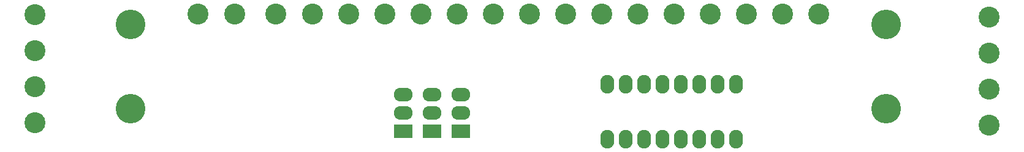
<source format=gbr>
G04 #@! TF.FileFunction,Soldermask,Bot*
%FSLAX46Y46*%
G04 Gerber Fmt 4.6, Leading zero omitted, Abs format (unit mm)*
G04 Created by KiCad (PCBNEW 4.0.6) date 02/01/18 18:05:22*
%MOMM*%
%LPD*%
G01*
G04 APERTURE LIST*
%ADD10C,0.100000*%
%ADD11C,4.100000*%
%ADD12O,1.901140X2.599640*%
%ADD13C,2.900000*%
%ADD14R,2.599640X1.924000*%
%ADD15O,2.599640X1.924000*%
G04 APERTURE END LIST*
D10*
D11*
X88392000Y-94996000D03*
X88392000Y-83312000D03*
D12*
X154264000Y-99194000D03*
X156804000Y-99194000D03*
X159344000Y-99194000D03*
X161884000Y-99194000D03*
X164424000Y-99194000D03*
X166964000Y-99194000D03*
X169504000Y-99194000D03*
X172044000Y-99194000D03*
X172044000Y-91574000D03*
X169504000Y-91574000D03*
X166964000Y-91574000D03*
X164424000Y-91574000D03*
X161884000Y-91574000D03*
X159344000Y-91574000D03*
X156804000Y-91574000D03*
X154264000Y-91574000D03*
D13*
X108504000Y-81884000D03*
X113504000Y-81884000D03*
X118504000Y-81884000D03*
X123504000Y-81884000D03*
X128504000Y-81884000D03*
X133504000Y-81884000D03*
X138504000Y-81884000D03*
X143504000Y-81884000D03*
X148504000Y-81884000D03*
X153504000Y-81884000D03*
X158504000Y-81884000D03*
X163504000Y-81884000D03*
X168504000Y-81884000D03*
X173504000Y-81884000D03*
X183504000Y-81884000D03*
X178504000Y-81884000D03*
X102754000Y-81884000D03*
X97754000Y-81884000D03*
X207010000Y-82289000D03*
X207010000Y-87289000D03*
X207010000Y-97289000D03*
X207010000Y-92289000D03*
X75184000Y-96908000D03*
X75184000Y-91908000D03*
X75184000Y-81908000D03*
X75184000Y-86908000D03*
D14*
X126054000Y-98124000D03*
D15*
X126054000Y-95584000D03*
X126054000Y-93044000D03*
D14*
X130054000Y-98124000D03*
D15*
X130054000Y-95584000D03*
X130054000Y-93044000D03*
D14*
X134054000Y-98124000D03*
D15*
X134054000Y-95584000D03*
X134054000Y-93044000D03*
D11*
X192786000Y-83312000D03*
X192786000Y-94996000D03*
M02*

</source>
